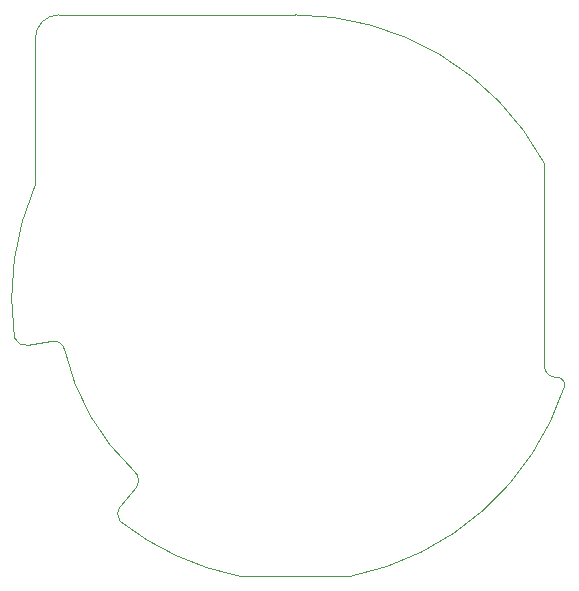
<source format=gbr>
%TF.GenerationSoftware,KiCad,Pcbnew,8.0.7*%
%TF.CreationDate,2025-01-14T11:40:34+01:00*%
%TF.ProjectId,test,74657374-2e6b-4696-9361-645f70636258,rev?*%
%TF.SameCoordinates,PX517370cPY341b1c8*%
%TF.FileFunction,Profile,NP*%
%FSLAX46Y46*%
G04 Gerber Fmt 4.6, Leading zero omitted, Abs format (unit mm)*
G04 Created by KiCad (PCBNEW 8.0.7) date 2025-01-14 11:40:34*
%MOMM*%
%LPD*%
G01*
G04 APERTURE LIST*
%TA.AperFunction,Profile*%
%ADD10C,0.100000*%
%TD*%
G04 APERTURE END LIST*
D10*
X-13441642Y-15985740D02*
X-14800000Y-17590000D01*
X0Y24000000D02*
G75*
G02*
X21088838Y11456916I0J-24000000D01*
G01*
X-14839303Y-18861812D02*
G75*
G02*
X-14800000Y-17590000I799303J611812D01*
G01*
X-20680000Y-3630001D02*
X-22660000Y-3979999D01*
X-13601722Y-14652202D02*
G75*
G02*
X-13441643Y-15985739I-678278J-757798D01*
G01*
X-22660000Y-3979999D02*
G75*
G02*
X-23768311Y-3329956I-170000J979999D01*
G01*
X21088837Y11456916D02*
X21090000Y-5690000D01*
X22090309Y-6688606D02*
G75*
G02*
X22820715Y-7426886I59691J-671394D01*
G01*
X-22000000Y22000000D02*
G75*
G02*
X-20000000Y24000000I2000000J0D01*
G01*
X4680000Y-23540000D02*
X-4690000Y-23540000D01*
X22820716Y-7426886D02*
G75*
G02*
X4680001Y-23540007I-22820016J7423286D01*
G01*
X-4689369Y-23536836D02*
G75*
G02*
X-14839303Y-18861811I4689369J23536836D01*
G01*
X-13601721Y-14652201D02*
G75*
G02*
X-19507418Y-4376581I13601721J14652201D01*
G01*
X22090000Y-6690000D02*
G75*
G02*
X21090000Y-5690000I0J1000000D01*
G01*
X-22000000Y9600000D02*
X-22000000Y22000000D01*
X0Y24000000D02*
X-20000000Y24000000D01*
X-20680000Y-3630001D02*
G75*
G02*
X-19507419Y-4376581I200000J-979999D01*
G01*
X-23768310Y-3329956D02*
G75*
G02*
X-21997350Y9598842I23768310J3329956D01*
G01*
M02*

</source>
